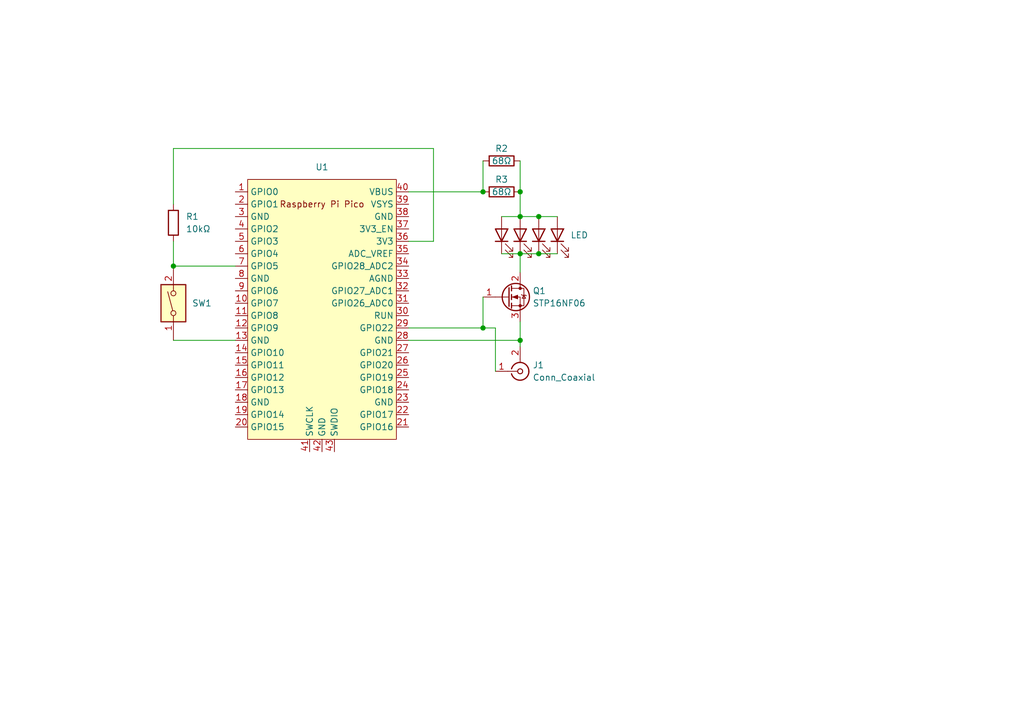
<source format=kicad_sch>
(kicad_sch (version 20230121) (generator eeschema)
  (paper "A5")
  (title_block (title "Test Pulse Generator"))
  (lib_symbols
    (symbol "Connector:Conn_Coaxial" (pin_names (offset 1.016) hide)
      (property "Reference" "J" (at 0.254 3.048 0))
      (property "Value" "Conn_Coaxial" (at 2.921 0 90))
      (symbol "Conn_Coaxial_0_1"
        (arc (start -1.778 -0.508) (mid 0.2311 -1.8066) (end 1.778 0) (stroke (width 0.254)))
        (polyline (pts (xy -2.54 0) (xy -0.508 0)))
        (polyline (pts (xy 0 -2.54) (xy 0 -1.778)))
        (circle (center 0 0) (radius 0.508) (stroke (width 0.2032)))
        (arc (start 1.778 0) (mid 0.2099 1.8101) (end -1.778 0.508) (stroke (width 0.254)))
      )
      (symbol "Conn_Coaxial_1_1"
        (pin passive line (at -5.08 0 0) (length 2.54) (name "In") (number "1"))
        (pin passive line (at 0 -5.08 90) (length 2.54) (name "Ext") (number "2"))
      )
    )
    (symbol "Device:LED" (pin_numbers hide) (pin_names (offset 1.016) hide)
      (property "Reference" "D" (at 0 2.54 0))
      (property "Value" "LED" (at 0 -2.54 0))
      (symbol "LED_0_1"
        (polyline (pts (xy -1.27 -1.27) (xy -1.27 1.27)) (stroke (width 0.254)))
        (polyline (pts (xy -1.27 0) (xy 1.27 0)))
        (polyline (pts (xy 1.27 -1.27) (xy 1.27 1.27) (xy -1.27 0) (xy 1.27 -1.27)) (stroke (width 0.254)))
        (polyline (pts (xy -3.048 -0.762) (xy -4.572 -2.286) (xy -3.81 -2.286) (xy -4.572 -2.286) (xy -4.572 -1.524)))
        (polyline (pts (xy -1.778 -0.762) (xy -3.302 -2.286) (xy -2.54 -2.286) (xy -3.302 -2.286) (xy -3.302 -1.524)))
      )
      (symbol "LED_1_1"
        (pin passive line (at -3.81 0 0) (length 2.54) (name "K") (number "1"))
        (pin passive line (at 3.81 0 180) (length 2.54) (name "A") (number "2"))
      )
    )
    (symbol "Device:R" (pin_numbers hide) (pin_names (offset 0))
      (property "Reference" "R" (at 2.032 0 90))
      (property "Value" "R" (at 0 0 90))
      (symbol "R_0_1"
        (rectangle (start -1.016 -2.54) (end 1.016 2.54) (stroke (width 0.254)))
      )
      (symbol "R_1_1"
        (pin passive line (at 0 3.81 270) (length 1.27) (name "~") (number "1"))
        (pin passive line (at 0 -3.81 90) (length 1.27) (name "~") (number "2"))
      )
    )
    (symbol "MCU_RaspberryPi_and_Boards:Pico"
      (property "Reference" "U" (at -13.97 27.94 0))
      (property "Value" "Pico" (at 0 19.05 0))
      (symbol "Pico_0_0"
        (text "Raspberry Pi Pico" (at 0 21.59 0) (effects (font (size 1.27 1.27))))
      )
      (symbol "Pico_0_1"
        (rectangle (start -15.24 26.67) (end 15.24 -26.67) (fill (type background)))
      )
      (symbol "Pico_1_1"
        (pin bidirectional line (at -17.78 24.13 0) (length 2.54) (name "GPIO0") (number "1"))
        (pin bidirectional line (at -17.78 1.27 0) (length 2.54) (name "GPIO7") (number "10"))
        (pin bidirectional line (at -17.78 -1.27 0) (length 2.54) (name "GPIO8") (number "11"))
        (pin bidirectional line (at -17.78 -3.81 0) (length 2.54) (name "GPIO9") (number "12"))
        (pin power_in line (at -17.78 -6.35 0) (length 2.54) (name "GND") (number "13"))
        (pin bidirectional line (at -17.78 -8.89 0) (length 2.54) (name "GPIO10") (number "14"))
        (pin bidirectional line (at -17.78 -11.43 0) (length 2.54) (name "GPIO11") (number "15"))
        (pin bidirectional line (at -17.78 -13.97 0) (length 2.54) (name "GPIO12") (number "16"))
        (pin bidirectional line (at -17.78 -16.51 0) (length 2.54) (name "GPIO13") (number "17"))
        (pin power_in line (at -17.78 -19.05 0) (length 2.54) (name "GND") (number "18"))
        (pin bidirectional line (at -17.78 -21.59 0) (length 2.54) (name "GPIO14") (number "19"))
        (pin bidirectional line (at -17.78 21.59 0) (length 2.54) (name "GPIO1") (number "2"))
        (pin bidirectional line (at -17.78 -24.13 0) (length 2.54) (name "GPIO15") (number "20"))
        (pin bidirectional line (at 17.78 -24.13 180) (length 2.54) (name "GPIO16") (number "21"))
        (pin bidirectional line (at 17.78 -21.59 180) (length 2.54) (name "GPIO17") (number "22"))
        (pin power_in line (at 17.78 -19.05 180) (length 2.54) (name "GND") (number "23"))
        (pin bidirectional line (at 17.78 -16.51 180) (length 2.54) (name "GPIO18") (number "24"))
        (pin bidirectional line (at 17.78 -13.97 180) (length 2.54) (name "GPIO19") (number "25"))
        (pin bidirectional line (at 17.78 -11.43 180) (length 2.54) (name "GPIO20") (number "26"))
        (pin bidirectional line (at 17.78 -8.89 180) (length 2.54) (name "GPIO21") (number "27"))
        (pin power_in line (at 17.78 -6.35 180) (length 2.54) (name "GND") (number "28"))
        (pin bidirectional line (at 17.78 -3.81 180) (length 2.54) (name "GPIO22") (number "29"))
        (pin power_in line (at -17.78 19.05 0) (length 2.54) (name "GND") (number "3"))
        (pin input line (at 17.78 -1.27 180) (length 2.54) (name "RUN") (number "30"))
        (pin bidirectional line (at 17.78 1.27 180) (length 2.54) (name "GPIO26_ADC0") (number "31"))
        (pin bidirectional line (at 17.78 3.81 180) (length 2.54) (name "GPIO27_ADC1") (number "32"))
        (pin power_in line (at 17.78 6.35 180) (length 2.54) (name "AGND") (number "33"))
        (pin bidirectional line (at 17.78 8.89 180) (length 2.54) (name "GPIO28_ADC2") (number "34"))
        (pin power_in line (at 17.78 11.43 180) (length 2.54) (name "ADC_VREF") (number "35"))
        (pin power_in line (at 17.78 13.97 180) (length 2.54) (name "3V3") (number "36"))
        (pin input line (at 17.78 16.51 180) (length 2.54) (name "3V3_EN") (number "37"))
        (pin bidirectional line (at 17.78 19.05 180) (length 2.54) (name "GND") (number "38"))
        (pin power_in line (at 17.78 21.59 180) (length 2.54) (name "VSYS") (number "39"))
        (pin bidirectional line (at -17.78 16.51 0) (length 2.54) (name "GPIO2") (number "4"))
        (pin power_in line (at 17.78 24.13 180) (length 2.54) (name "VBUS") (number "40"))
        (pin input line (at -2.54 -29.21 90) (length 2.54) (name "SWCLK") (number "41"))
        (pin power_in line (at 0 -29.21 90) (length 2.54) (name "GND") (number "42"))
        (pin bidirectional line (at 2.54 -29.21 90) (length 2.54) (name "SWDIO") (number "43"))
        (pin bidirectional line (at -17.78 13.97 0) (length 2.54) (name "GPIO3") (number "5"))
        (pin bidirectional line (at -17.78 11.43 0) (length 2.54) (name "GPIO4") (number "6"))
        (pin bidirectional line (at -17.78 8.89 0) (length 2.54) (name "GPIO5") (number "7"))
        (pin power_in line (at -17.78 6.35 0) (length 2.54) (name "GND") (number "8"))
        (pin bidirectional line (at -17.78 3.81 0) (length 2.54) (name "GPIO6") (number "9"))
      )
    )
    (symbol "Switch:SW_DIP_x01" (pin_names (offset 0) hide)
      (property "Reference" "SW" (at 0 3.81 0))
      (property "Value" "SW_DIP_x01" (at 0 -3.81 0))
      (symbol "SW_DIP_x01_0_0"
        (circle (center -2.032 0) (radius 0.508))
        (polyline (pts (xy -1.524 0.127) (xy 2.3622 1.1684)))
        (circle (center 2.032 0) (radius 0.508))
      )
      (symbol "SW_DIP_x01_0_1"
        (rectangle (start -3.81 2.54) (end 3.81 -2.54) (stroke (width 0.254)) (fill (type background)))
      )
      (symbol "SW_DIP_x01_1_1"
        (pin passive line (at -7.62 0 0) (length 5.08) (name "~") (number "1"))
        (pin passive line (at 7.62 0 180) (length 5.08) (name "~") (number "2"))
      )
    )
    (symbol "Transistor_FET:IRLZ24" (pin_names hide)
      (property "Reference" "Q" (at 6.35 1.905 0))
      (property "Value" "IRLZ24" (at 6.35 0 0))
      (symbol "IRLZ24_0_1"
        (polyline (pts (xy 0.254 0) (xy -2.54 0)))
        (polyline (pts (xy 0.254 1.905) (xy 0.254 -1.905)) (stroke (width 0.254)))
        (polyline (pts (xy 0.762 -1.27) (xy 0.762 -2.286)) (stroke (width 0.254)))
        (polyline (pts (xy 0.762 0.508) (xy 0.762 -0.508)) (stroke (width 0.254)))
        (polyline (pts (xy 0.762 2.286) (xy 0.762 1.27)) (stroke (width 0.254)))
        (polyline (pts (xy 2.54 2.54) (xy 2.54 1.778)))
        (polyline (pts (xy 2.54 -2.54) (xy 2.54 0) (xy 0.762 0)))
        (polyline (pts (xy 0.762 -1.778) (xy 3.302 -1.778) (xy 3.302 1.778) (xy 0.762 1.778)))
        (polyline (pts (xy 1.016 0) (xy 2.032 0.381) (xy 2.032 -0.381) (xy 1.016 0)) (fill (type outline)))
        (polyline (pts (xy 2.794 0.508) (xy 2.921 0.381) (xy 3.683 0.381) (xy 3.81 0.254)))
        (polyline (pts (xy 3.302 0.381) (xy 2.921 -0.254) (xy 3.683 -0.254) (xy 3.302 0.381)))
        (circle (center 1.651 0) (radius 2.794) (stroke (width 0.254)))
        (circle (center 2.54 -1.778) (radius 0.254) (fill (type outline)))
        (circle (center 2.54 1.778) (radius 0.254) (fill (type outline)))
      )
      (symbol "IRLZ24_1_1"
        (pin input line (at -5.08 0 0) (length 2.54) (name "G") (number "1"))
        (pin passive line (at 2.54 5.08 270) (length 2.54) (name "D") (number "2"))
        (pin passive line (at 2.54 -5.08 90) (length 2.54) (name "S") (number "3"))
      )
    )
  )
  (junction (at 106.68 52.07))
  (junction (at 99.06 67.31))
  (junction (at 99.06 39.37))
  (junction (at 106.68 39.37))
  (junction (at 106.68 69.85))
  (junction (at 106.68 44.45))
  (junction (at 35.56 54.61))
  (junction (at 110.49 44.45))
  (junction (at 110.49 52.07))
  (wire (pts (xy 106.68 52.07) (xy 106.68 55.88)))
  (wire (pts (xy 83.82 69.85) (xy 106.68 69.85)))
  (wire (pts (xy 35.56 49.53) (xy 35.56 54.61)))
  (wire (pts (xy 99.06 60.96) (xy 99.06 67.31)))
  (wire (pts (xy 99.06 33.02) (xy 99.06 39.37)))
  (wire (pts (xy 101.6 67.31) (xy 99.06 67.31)))
  (wire (pts (xy 110.49 44.45) (xy 114.3 44.45)))
  (wire (pts (xy 102.87 52.07) (xy 106.68 52.07)))
  (wire (pts (xy 83.82 67.31) (xy 99.06 67.31)))
  (wire (pts (xy 106.68 66.04) (xy 106.68 69.85)))
  (wire (pts (xy 110.49 52.07) (xy 114.3 52.07)))
  (wire (pts (xy 106.68 69.85) (xy 106.68 71.12)))
  (wire (pts (xy 106.68 52.07) (xy 110.49 52.07)))
  (wire (pts (xy 101.6 76.2) (xy 101.6 67.31)))
  (wire (pts (xy 106.68 39.37) (xy 106.68 44.45)))
  (wire (pts (xy 88.9 49.53) (xy 88.9 30.48)))
  (wire (pts (xy 35.56 54.61) (xy 48.26 54.61)))
  (wire (pts (xy 106.68 44.45) (xy 110.49 44.45)))
  (wire (pts (xy 106.68 33.02) (xy 106.68 39.37)))
  (wire (pts (xy 35.56 69.85) (xy 48.26 69.85)))
  (wire (pts (xy 35.56 30.48) (xy 88.9 30.48)))
  (wire (pts (xy 102.87 44.45) (xy 106.68 44.45)))
  (wire (pts (xy 83.82 39.37) (xy 99.06 39.37)))
  (wire (pts (xy 83.82 49.53) (xy 88.9 49.53)))
  (wire (pts (xy 35.56 30.48) (xy 35.56 41.91)))
  (symbol (lib_id "Switch:SW_DIP_x01") (at 35.56 62.23 90) (unit 1)
    (property "Reference" "SW1" (at 39.37 62.23 90) (effects (justify right)))
    (property "Value" "SW_DIP_x01" (effects hide))
  )
  (symbol (lib_id "Device:R") (at 35.56 45.72 0) (unit 1)
    (property "Reference" "R1" (at 38.1 44.45 0) (effects (justify left)))
    (property "Value" "10kΩ" (at 38.1 46.99 0) (effects (justify left)))
  )
  (symbol (lib_id "Device:LED") (at 102.87 48.26 90) (unit 1)
    (property "Reference" "D1" (effects hide))
    (property "Value" "LED" (effects hide))
    (property "Datasheet" "https://www.mouser.de/datasheet/2/216/DE4SGD-69954.pdf" (effects hide))
  )
  (symbol (lib_id "MCU_RaspberryPi_and_Boards:Pico") (at 66.04 63.5 0) (unit 1)
    (property "Reference" "U1" (at 66.04 34.29 0))
    (property "Value" "Pico" (effects hide))
    (property "Footprint" "RPi_Pico:RPi_Pico_SMD_TH" (effects hide))
  )
  (symbol (lib_id "Device:R") (at 102.87 39.37 90) (unit 1)
    (property "Reference" "R3" (at 102.87 36.83 90))
    (property "Value" "68Ω" (at 102.87 39.37 90))
  )
  (symbol (lib_id "Device:LED") (at 106.68 48.26 90) (unit 1)
    (property "Reference" "D2" (effects hide))
    (property "Value" "LED" (effects hide))
    (property "Datasheet" "https://www.mouser.de/datasheet/2/216/DE4SGD-69954.pdf" (effects hide))
  )
  (symbol (lib_id "Device:R") (at 102.87 33.02 90) (unit 1)
    (property "Reference" "R2" (at 102.87 30.48 90))
    (property "Value" "68Ω" (at 102.87 33.02 90))
  )
  (symbol (lib_id "Device:LED") (at 110.49 48.26 90) (unit 1)
    (property "Reference" "D3" (effects hide))
    (property "Value" "LED" (effects hide))
    (property "Datasheet" "https://www.mouser.de/datasheet/2/216/DE4SGD-69954.pdf" (effects hide))
  )
  (symbol (lib_id "Transistor_FET:IRLZ24") (at 104.14 60.96 0) (unit 1)
    (property "Reference" "Q1" (at 109.22 59.69 0) (effects (justify left)))
    (property "Value" "STP16NF06 " (at 109.22 62.23 0) (effects (justify left)))
    (property "Footprint" "Package_TO_SOT_THT:TO-220-3_Vertical" (effects hide))
    (property "Datasheet" "https://www.mouser.de/datasheet/2/389/stp16nf06-1851356.pdf" (effects hide))
  )
  (symbol (lib_id "Connector:Conn_Coaxial") (at 106.68 76.2 0) (mirror x) (unit 1)
    (property "Reference" "J1" (at 109.22 74.93 0) (effects (justify left)))
    (property "Value" "Conn_Coaxial" (at 109.22 77.47 0) (effects (justify left)))
    (property "Datasheet" " ~" (effects hide))
  )
  (symbol (lib_id "Device:LED") (at 114.3 48.26 90) (unit 1)
    (property "Reference" "D4" (effects hide))
    (property "Value" "LED" (at 120.65 48.26 90) (effects (justify left)))
    (property "Datasheet" "https://www.mouser.de/datasheet/2/216/DE4SGD-69954.pdf" (effects hide))
  )
)
</source>
